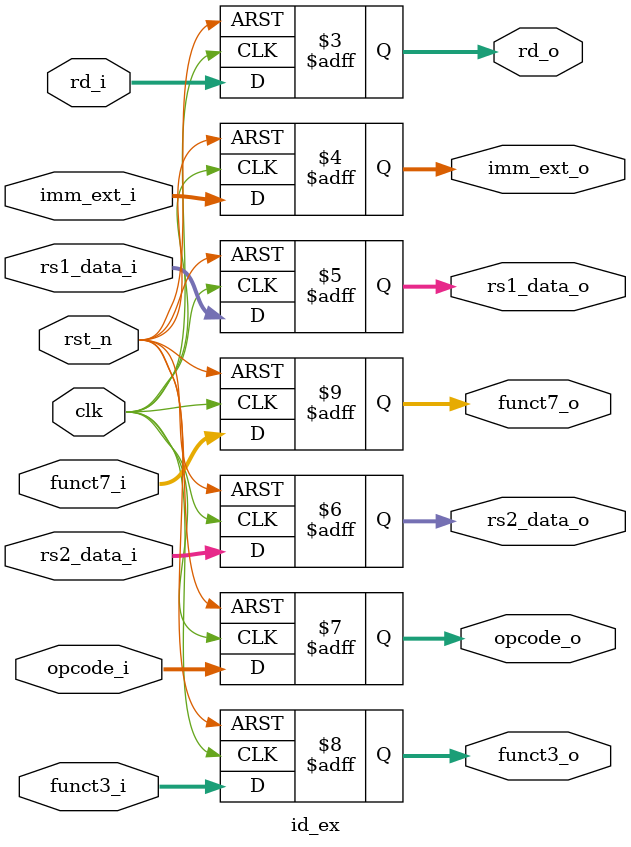
<source format=v>
`include "../define.v"

module id_ex (
input clk,
input rst_n,
input [4:0] rd_i,
input [31:0] imm_ext_i,
input [31:0] rs1_data_i,
input [31:0] rs2_data_i,
input [6:0] opcode_i,
input [2:0] funct3_i,
input [6:0] funct7_i,
output reg [4:0] rd_o,
output reg [31:0] imm_ext_o,
output reg [31:0] rs1_data_o,
output reg [31:0] rs2_data_o,
output reg [6:0] opcode_o,
output reg [2:0] funct3_o,
output reg [6:0] funct7_o
);

always @(posedge clk or negedge rst_n) begin
    if (~rst_n) begin
        rd_o <= 0;
        imm_ext_o <= 0;
        rs1_data_o <= 0;
        rs2_data_o <= 0;
        opcode_o <= 0;
        funct3_o <= 0;
        funct7_o <= 0;
    end else begin
        rd_o <= rd_i;
        imm_ext_o <= imm_ext_i;
        rs1_data_o <= rs1_data_i;
        rs2_data_o <= rs2_data_i;
        opcode_o <= opcode_i;
        funct3_o <= funct3_i;
        funct7_o <= funct7_i;
    end
end

endmodule

</source>
